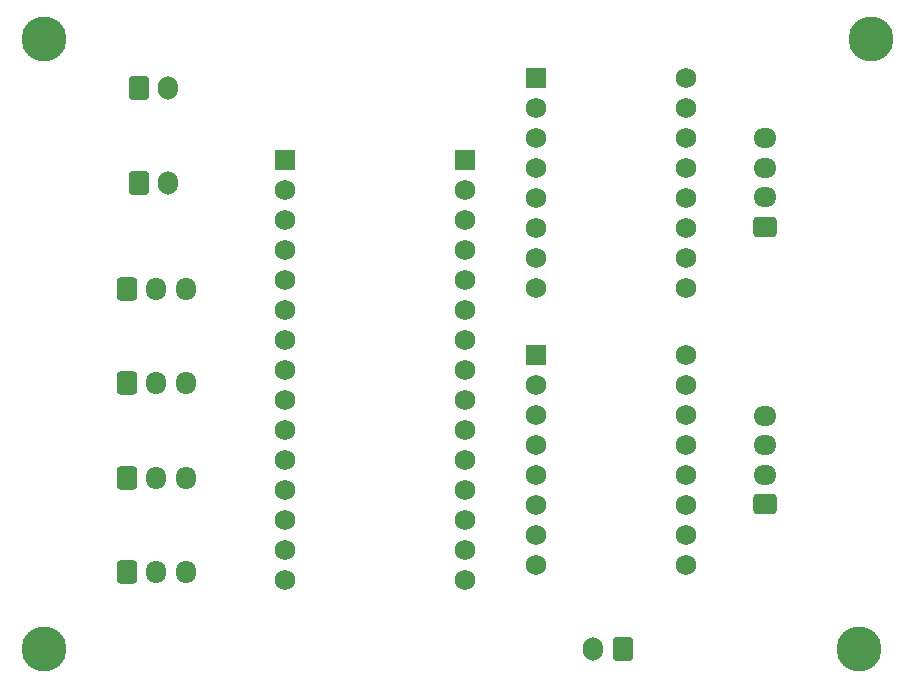
<source format=gbr>
%TF.GenerationSoftware,KiCad,Pcbnew,9.0.2*%
%TF.CreationDate,2025-05-14T21:51:20+02:00*%
%TF.ProjectId,carte_actionneur,63617274-655f-4616-9374-696f6e6e6575,rev?*%
%TF.SameCoordinates,Original*%
%TF.FileFunction,Soldermask,Top*%
%TF.FilePolarity,Negative*%
%FSLAX46Y46*%
G04 Gerber Fmt 4.6, Leading zero omitted, Abs format (unit mm)*
G04 Created by KiCad (PCBNEW 9.0.2) date 2025-05-14 21:51:20*
%MOMM*%
%LPD*%
G01*
G04 APERTURE LIST*
G04 Aperture macros list*
%AMRoundRect*
0 Rectangle with rounded corners*
0 $1 Rounding radius*
0 $2 $3 $4 $5 $6 $7 $8 $9 X,Y pos of 4 corners*
0 Add a 4 corners polygon primitive as box body*
4,1,4,$2,$3,$4,$5,$6,$7,$8,$9,$2,$3,0*
0 Add four circle primitives for the rounded corners*
1,1,$1+$1,$2,$3*
1,1,$1+$1,$4,$5*
1,1,$1+$1,$6,$7*
1,1,$1+$1,$8,$9*
0 Add four rect primitives between the rounded corners*
20,1,$1+$1,$2,$3,$4,$5,0*
20,1,$1+$1,$4,$5,$6,$7,0*
20,1,$1+$1,$6,$7,$8,$9,0*
20,1,$1+$1,$8,$9,$2,$3,0*%
G04 Aperture macros list end*
%ADD10C,2.600000*%
%ADD11C,3.800000*%
%ADD12O,1.700000X2.000000*%
%ADD13RoundRect,0.250000X-0.600000X-0.750000X0.600000X-0.750000X0.600000X0.750000X-0.600000X0.750000X0*%
%ADD14RoundRect,0.250000X-0.600000X-0.725000X0.600000X-0.725000X0.600000X0.725000X-0.600000X0.725000X0*%
%ADD15O,1.700000X1.950000*%
%ADD16RoundRect,0.102000X-0.765000X-0.765000X0.765000X-0.765000X0.765000X0.765000X-0.765000X0.765000X0*%
%ADD17C,1.734000*%
%ADD18RoundRect,0.250000X0.600000X0.750000X-0.600000X0.750000X-0.600000X-0.750000X0.600000X-0.750000X0*%
%ADD19RoundRect,0.250000X0.725000X-0.600000X0.725000X0.600000X-0.725000X0.600000X-0.725000X-0.600000X0*%
%ADD20O,1.950000X1.700000*%
G04 APERTURE END LIST*
D10*
%TO.C,REF\u002A\u002A*%
X64000000Y-91000000D03*
D11*
X64000000Y-91000000D03*
%TD*%
D10*
%TO.C,REF\u002A\u002A*%
X64000000Y-39300000D03*
D11*
X64000000Y-39300000D03*
%TD*%
D10*
%TO.C,REF\u002A\u002A*%
X133000000Y-91000000D03*
D11*
X133000000Y-91000000D03*
%TD*%
D10*
%TO.C,REF\u002A\u002A*%
X134000000Y-39300000D03*
D11*
X134000000Y-39300000D03*
%TD*%
D12*
%TO.C,J1*%
X74500000Y-51500000D03*
D13*
X72000000Y-51500000D03*
%TD*%
D12*
%TO.C,J2*%
X74500000Y-43500000D03*
D13*
X72000000Y-43500000D03*
%TD*%
D14*
%TO.C,J9*%
X71000000Y-84500000D03*
D15*
X73500000Y-84500000D03*
X76000000Y-84500000D03*
%TD*%
D16*
%TO.C,U1*%
X84395000Y-49600000D03*
D17*
X84395000Y-52140000D03*
X84395000Y-54680000D03*
X84395000Y-57220000D03*
X84395000Y-59760000D03*
X84395000Y-62300000D03*
X84395000Y-64840000D03*
X84395000Y-67380000D03*
X84395000Y-69920000D03*
X84395000Y-72460000D03*
X84395000Y-75000000D03*
X84395000Y-77540000D03*
X84395000Y-80080000D03*
X84395000Y-82620000D03*
X84395000Y-85160000D03*
D16*
X99635000Y-49600000D03*
D17*
X99635000Y-52140000D03*
X99635000Y-54680000D03*
X99635000Y-57220000D03*
X99635000Y-59760000D03*
X99635000Y-62300000D03*
X99635000Y-64840000D03*
X99635000Y-67380000D03*
X99635000Y-69920000D03*
X99635000Y-72460000D03*
X99635000Y-75000000D03*
X99635000Y-77540000D03*
X99635000Y-80080000D03*
X99635000Y-82620000D03*
X99635000Y-85160000D03*
%TD*%
D16*
%TO.C,U3*%
X105650000Y-66110000D03*
D17*
X105650000Y-68650000D03*
X105650000Y-71190000D03*
X105650000Y-73730000D03*
X105650000Y-76270000D03*
X105650000Y-78810000D03*
X105650000Y-81350000D03*
X105650000Y-83890000D03*
X118350000Y-83890000D03*
X118350000Y-81350000D03*
X118350000Y-78810000D03*
X118350000Y-76270000D03*
X118350000Y-73730000D03*
X118350000Y-71190000D03*
X118350000Y-68650000D03*
X118350000Y-66110000D03*
%TD*%
D18*
%TO.C,J5*%
X113000000Y-91000000D03*
D12*
X110500000Y-91000000D03*
%TD*%
D14*
%TO.C,J7*%
X71000000Y-60500000D03*
D15*
X73500000Y-60500000D03*
X76000000Y-60500000D03*
%TD*%
%TO.C,J6*%
X76000000Y-76500000D03*
X73500000Y-76500000D03*
D14*
X71000000Y-76500000D03*
%TD*%
D19*
%TO.C,J3*%
X125000000Y-55250000D03*
D20*
X125000000Y-52750000D03*
X125000000Y-50250000D03*
X125000000Y-47750000D03*
%TD*%
D19*
%TO.C,J4*%
X125000000Y-78750000D03*
D20*
X125000000Y-76250000D03*
X125000000Y-73750000D03*
X125000000Y-71250000D03*
%TD*%
D14*
%TO.C,J8*%
X71000000Y-68500000D03*
D15*
X73500000Y-68500000D03*
X76000000Y-68500000D03*
%TD*%
D16*
%TO.C,U2*%
X105650000Y-42610000D03*
D17*
X105650000Y-45150000D03*
X105650000Y-47690000D03*
X105650000Y-50230000D03*
X105650000Y-52770000D03*
X105650000Y-55310000D03*
X105650000Y-57850000D03*
X105650000Y-60390000D03*
X118350000Y-60390000D03*
X118350000Y-57850000D03*
X118350000Y-55310000D03*
X118350000Y-52770000D03*
X118350000Y-50230000D03*
X118350000Y-47690000D03*
X118350000Y-45150000D03*
X118350000Y-42610000D03*
%TD*%
M02*

</source>
